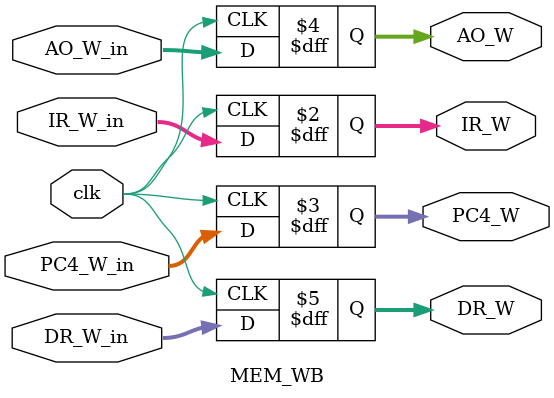
<source format=v>
module MEM_WB(clk,IR_W_in,PC4_W_in,AO_W_in,DR_W_in,//in
                 IR_W,PC4_W,AO_W,DR_W);//out
    input clk;
    input [31:0]IR_W_in,PC4_W_in,AO_W_in,DR_W_in;
    output reg [31:0]IR_W,PC4_W,AO_W,DR_W;
    
    always@(posedge clk)
    begin
      IR_W<=IR_W_in;
      PC4_W<=PC4_W_in;
      AO_W<=AO_W_in;
      DR_W<=DR_W_in;
    end
endmodule

</source>
